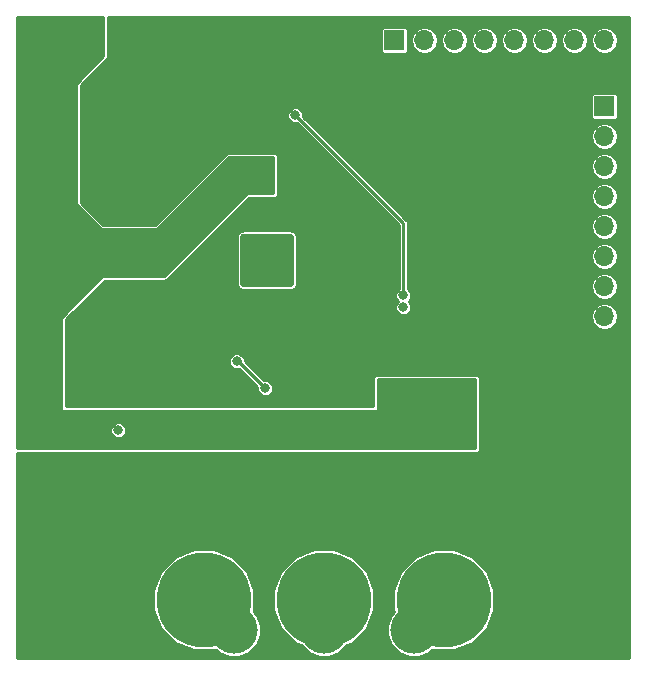
<source format=gbr>
G04 #@! TF.GenerationSoftware,KiCad,Pcbnew,(5.0.2)-1*
G04 #@! TF.CreationDate,2019-09-02T17:49:36+08:00*
G04 #@! TF.ProjectId,actuator,61637475-6174-46f7-922e-6b696361645f,rev?*
G04 #@! TF.SameCoordinates,Original*
G04 #@! TF.FileFunction,Copper,L2,Bot*
G04 #@! TF.FilePolarity,Positive*
%FSLAX46Y46*%
G04 Gerber Fmt 4.6, Leading zero omitted, Abs format (unit mm)*
G04 Created by KiCad (PCBNEW (5.0.2)-1) date 9/2/2019 5:49:36 PM*
%MOMM*%
%LPD*%
G01*
G04 APERTURE LIST*
G04 #@! TA.AperFunction,Conductor*
%ADD10C,0.100000*%
G04 #@! TD*
G04 #@! TA.AperFunction,Conductor*
%ADD11C,4.500000*%
G04 #@! TD*
G04 #@! TA.AperFunction,ViaPad*
%ADD12C,0.500000*%
G04 #@! TD*
G04 #@! TA.AperFunction,ComponentPad*
%ADD13C,8.000000*%
G04 #@! TD*
G04 #@! TA.AperFunction,ComponentPad*
%ADD14C,4.000000*%
G04 #@! TD*
G04 #@! TA.AperFunction,ComponentPad*
%ADD15C,2.100000*%
G04 #@! TD*
G04 #@! TA.AperFunction,ComponentPad*
%ADD16O,2.100000X3.600000*%
G04 #@! TD*
G04 #@! TA.AperFunction,ComponentPad*
%ADD17O,1.700000X1.700000*%
G04 #@! TD*
G04 #@! TA.AperFunction,ComponentPad*
%ADD18R,1.700000X1.700000*%
G04 #@! TD*
G04 #@! TA.AperFunction,ViaPad*
%ADD19C,0.800000*%
G04 #@! TD*
G04 #@! TA.AperFunction,Conductor*
%ADD20C,0.250000*%
G04 #@! TD*
G04 #@! TA.AperFunction,Conductor*
%ADD21C,0.254000*%
G04 #@! TD*
G04 APERTURE END LIST*
D10*
G04 #@! TO.N,N/C*
G04 #@! TO.C,U1*
G36*
X138548025Y-68698748D02*
X138572488Y-68702377D01*
X138596476Y-68708386D01*
X138619761Y-68716717D01*
X138642117Y-68727291D01*
X138663328Y-68740004D01*
X138683191Y-68754736D01*
X138701515Y-68771344D01*
X138718123Y-68789668D01*
X138732855Y-68809531D01*
X138745568Y-68830742D01*
X138756142Y-68853098D01*
X138764473Y-68876383D01*
X138770482Y-68900371D01*
X138774111Y-68924834D01*
X138775324Y-68949534D01*
X138775324Y-72945536D01*
X138774111Y-72970236D01*
X138770482Y-72994699D01*
X138764473Y-73018687D01*
X138756142Y-73041972D01*
X138745568Y-73064328D01*
X138732855Y-73085539D01*
X138718123Y-73105402D01*
X138701515Y-73123726D01*
X138683191Y-73140334D01*
X138663328Y-73155066D01*
X138642117Y-73167779D01*
X138619761Y-73178353D01*
X138596476Y-73186684D01*
X138572488Y-73192693D01*
X138548025Y-73196322D01*
X138523325Y-73197535D01*
X134527323Y-73197535D01*
X134502623Y-73196322D01*
X134478160Y-73192693D01*
X134454172Y-73186684D01*
X134430887Y-73178353D01*
X134408531Y-73167779D01*
X134387320Y-73155066D01*
X134367457Y-73140334D01*
X134349133Y-73123726D01*
X134332525Y-73105402D01*
X134317793Y-73085539D01*
X134305080Y-73064328D01*
X134294506Y-73041972D01*
X134286175Y-73018687D01*
X134280166Y-72994699D01*
X134276537Y-72970236D01*
X134275324Y-72945536D01*
X134275324Y-68949534D01*
X134276537Y-68924834D01*
X134280166Y-68900371D01*
X134286175Y-68876383D01*
X134294506Y-68853098D01*
X134305080Y-68830742D01*
X134317793Y-68809531D01*
X134332525Y-68789668D01*
X134349133Y-68771344D01*
X134367457Y-68754736D01*
X134387320Y-68740004D01*
X134408531Y-68727291D01*
X134430887Y-68716717D01*
X134454172Y-68708386D01*
X134478160Y-68702377D01*
X134502623Y-68698748D01*
X134527323Y-68697535D01*
X138523325Y-68697535D01*
X138548025Y-68698748D01*
X138548025Y-68698748D01*
G37*
D11*
X136525324Y-70947535D03*
D12*
X138525324Y-72947535D03*
X137525324Y-72947535D03*
X136525324Y-72947536D03*
X135525324Y-72947535D03*
X134525324Y-72947535D03*
X138525324Y-71947535D03*
X137525324Y-71947535D03*
X136525324Y-71947535D03*
X135525324Y-71947535D03*
X134525324Y-71947535D03*
X138525325Y-70947535D03*
X137525324Y-70947535D03*
X136525324Y-70947535D03*
X135525324Y-70947535D03*
X134525323Y-70947535D03*
X138525324Y-69947535D03*
X137525324Y-69947535D03*
X136525324Y-69947535D03*
X135525324Y-69947535D03*
X134525324Y-69947535D03*
X138525324Y-68947535D03*
X137525324Y-68947535D03*
X136525324Y-68947534D03*
X135525324Y-68947535D03*
X134525324Y-68947535D03*
G04 #@! TD*
D13*
G04 #@! TO.P,J1,3*
G04 #@! TO.N,C_OUT*
X151511000Y-99695000D03*
G04 #@! TO.P,J1,2*
G04 #@! TO.N,B_OUT*
X141351000Y-99695000D03*
G04 #@! TO.P,J1,1*
G04 #@! TO.N,A_OUT*
X131191000Y-99695000D03*
D14*
X133731000Y-102235000D03*
G04 #@! TO.P,J1,2*
G04 #@! TO.N,B_OUT*
X141351000Y-102235000D03*
G04 #@! TO.P,J1,3*
G04 #@! TO.N,C_OUT*
X148971000Y-102235000D03*
G04 #@! TD*
D10*
G04 #@! TO.N,SNA*
G04 #@! TO.C,J2*
G36*
X128304814Y-51410001D02*
X128329083Y-51413601D01*
X128352881Y-51419562D01*
X128375981Y-51427827D01*
X128398159Y-51438317D01*
X128419203Y-51450930D01*
X128438908Y-51465544D01*
X128457087Y-51482020D01*
X128473563Y-51500199D01*
X128488177Y-51519904D01*
X128500790Y-51540948D01*
X128511280Y-51563126D01*
X128519545Y-51586226D01*
X128525506Y-51610024D01*
X128529106Y-51634293D01*
X128530310Y-51658797D01*
X128530310Y-54758797D01*
X128529106Y-54783301D01*
X128525506Y-54807570D01*
X128519545Y-54831368D01*
X128511280Y-54854468D01*
X128500790Y-54876646D01*
X128488177Y-54897690D01*
X128473563Y-54917395D01*
X128457087Y-54935574D01*
X128438908Y-54952050D01*
X128419203Y-54966664D01*
X128398159Y-54979277D01*
X128375981Y-54989767D01*
X128352881Y-54998032D01*
X128329083Y-55003993D01*
X128304814Y-55007593D01*
X128280310Y-55008797D01*
X126680310Y-55008797D01*
X126655806Y-55007593D01*
X126631537Y-55003993D01*
X126607739Y-54998032D01*
X126584639Y-54989767D01*
X126562461Y-54979277D01*
X126541417Y-54966664D01*
X126521712Y-54952050D01*
X126503533Y-54935574D01*
X126487057Y-54917395D01*
X126472443Y-54897690D01*
X126459830Y-54876646D01*
X126449340Y-54854468D01*
X126441075Y-54831368D01*
X126435114Y-54807570D01*
X126431514Y-54783301D01*
X126430310Y-54758797D01*
X126430310Y-51658797D01*
X126431514Y-51634293D01*
X126435114Y-51610024D01*
X126441075Y-51586226D01*
X126449340Y-51563126D01*
X126459830Y-51540948D01*
X126472443Y-51519904D01*
X126487057Y-51500199D01*
X126503533Y-51482020D01*
X126521712Y-51465544D01*
X126541417Y-51450930D01*
X126562461Y-51438317D01*
X126584639Y-51427827D01*
X126607739Y-51419562D01*
X126631537Y-51413601D01*
X126655806Y-51410001D01*
X126680310Y-51408797D01*
X128280310Y-51408797D01*
X128304814Y-51410001D01*
X128304814Y-51410001D01*
G37*
D15*
G04 #@! TD*
G04 #@! TO.P,J2,1*
G04 #@! TO.N,SNA*
X127480310Y-53208797D03*
D16*
G04 #@! TO.P,J2,2*
G04 #@! TO.N,VDRAIN*
X119860310Y-53208797D03*
G04 #@! TD*
D17*
G04 #@! TO.P,J3,8*
G04 #@! TO.N,ENABLE*
X165100000Y-52324000D03*
G04 #@! TO.P,J3,7*
G04 #@! TO.N,DVDD*
X162560000Y-52324000D03*
G04 #@! TO.P,J3,6*
G04 #@! TO.N,INHA*
X160020000Y-52324000D03*
G04 #@! TO.P,J3,5*
G04 #@! TO.N,INLA*
X157480000Y-52324000D03*
G04 #@! TO.P,J3,4*
G04 #@! TO.N,INHB*
X154940000Y-52324000D03*
G04 #@! TO.P,J3,3*
G04 #@! TO.N,INLB*
X152400000Y-52324000D03*
G04 #@! TO.P,J3,2*
G04 #@! TO.N,INHC*
X149860000Y-52324000D03*
D18*
G04 #@! TO.P,J3,1*
G04 #@! TO.N,INLC*
X147320000Y-52324000D03*
G04 #@! TD*
G04 #@! TO.P,J4,1*
G04 #@! TO.N,nSCS*
X165100000Y-57912000D03*
D17*
G04 #@! TO.P,J4,2*
G04 #@! TO.N,SCLK*
X165100000Y-60452000D03*
G04 #@! TO.P,J4,3*
G04 #@! TO.N,SDI*
X165100000Y-62992000D03*
G04 #@! TO.P,J4,4*
G04 #@! TO.N,SDO*
X165100000Y-65532000D03*
G04 #@! TO.P,J4,5*
G04 #@! TO.N,nFAULT*
X165100000Y-68072000D03*
G04 #@! TO.P,J4,6*
G04 #@! TO.N,SOA*
X165100000Y-70612000D03*
G04 #@! TO.P,J4,7*
G04 #@! TO.N,SOB*
X165100000Y-73152000D03*
G04 #@! TO.P,J4,8*
G04 #@! TO.N,SOC*
X165100000Y-75692000D03*
G04 #@! TD*
D19*
G04 #@! TO.N,SNA*
X129794000Y-78994000D03*
X131572000Y-81407000D03*
X123952000Y-85344000D03*
X120650000Y-81280000D03*
X121666000Y-82804000D03*
X143764000Y-82804000D03*
X155702000Y-81280000D03*
X156337000Y-82804000D03*
X157988000Y-77978000D03*
X127254000Y-77851000D03*
X141986000Y-81788000D03*
X124079000Y-80899000D03*
X157988000Y-80899000D03*
X133477000Y-77724000D03*
X149860000Y-68326000D03*
X145161000Y-68326000D03*
X143383000Y-73787000D03*
X125095000Y-61722000D03*
X123190000Y-58166000D03*
X127000000Y-58293000D03*
X123063000Y-65913000D03*
X126365000Y-66167000D03*
X162941000Y-78613000D03*
X152781000Y-76962000D03*
X159893000Y-69342000D03*
X144780000Y-56007000D03*
X142875000Y-52451000D03*
X132588000Y-53086000D03*
G04 #@! TO.N,VDRAIN*
X152146000Y-82804000D03*
X152146000Y-81788000D03*
X152146000Y-83820000D03*
X144526000Y-84836000D03*
X147066000Y-84328000D03*
X135763000Y-63881000D03*
X125603000Y-70485000D03*
X120904000Y-68072000D03*
X121031000Y-71755000D03*
G04 #@! TO.N,SPB*
X133985000Y-79502000D03*
X136398000Y-81788000D03*
G04 #@! TO.N,VAA*
X138938000Y-58674000D03*
X148082000Y-73914000D03*
X148082000Y-74930000D03*
G04 #@! TD*
D20*
G04 #@! TO.N,SNA*
X124478999Y-80499001D02*
X127127000Y-77851000D01*
X124079000Y-80899000D02*
X124478999Y-80499001D01*
X133731000Y-77724000D02*
X133731000Y-77724000D01*
X137268001Y-81388001D02*
X133604000Y-77724000D01*
X141986000Y-81788000D02*
X141586001Y-81388001D01*
X141586001Y-81388001D02*
X137268001Y-81388001D01*
X157988000Y-80333315D02*
X157988000Y-78105000D01*
X157988000Y-80899000D02*
X157988000Y-80333315D01*
G04 #@! TO.N,SPB*
X136398000Y-81788000D02*
X135998001Y-81388001D01*
X135998001Y-81388001D02*
X134112000Y-79502000D01*
G04 #@! TO.N,VAA*
X148082000Y-67818000D02*
X138938000Y-58674000D01*
X148082000Y-73914000D02*
X148082000Y-67818000D01*
G04 #@! TD*
D21*
G04 #@! TO.N,VDRAIN*
G36*
X122682000Y-53668394D02*
X120433197Y-55917197D01*
X120405667Y-55958399D01*
X120396000Y-56007000D01*
X120396000Y-66167000D01*
X120405667Y-66215601D01*
X120433197Y-66256803D01*
X122465197Y-68288803D01*
X122506399Y-68316333D01*
X122555000Y-68326000D01*
X127762000Y-68326000D01*
X127762000Y-72263000D01*
X122682000Y-72263000D01*
X122633399Y-72272667D01*
X122592197Y-72300197D01*
X119163197Y-75729197D01*
X119135667Y-75770399D01*
X119126000Y-75819000D01*
X119126000Y-83566000D01*
X119135667Y-83614601D01*
X119163197Y-83655803D01*
X119204399Y-83683333D01*
X119253000Y-83693000D01*
X145796000Y-83693000D01*
X145844601Y-83683333D01*
X145885803Y-83655803D01*
X145913333Y-83614601D01*
X145923000Y-83566000D01*
X145923000Y-81026000D01*
X154178000Y-81026000D01*
X154178000Y-86868000D01*
X115352000Y-86868000D01*
X115352000Y-85209336D01*
X123275000Y-85209336D01*
X123275000Y-85478664D01*
X123378067Y-85727490D01*
X123568510Y-85917933D01*
X123817336Y-86021000D01*
X124086664Y-86021000D01*
X124335490Y-85917933D01*
X124525933Y-85727490D01*
X124629000Y-85478664D01*
X124629000Y-85209336D01*
X124525933Y-84960510D01*
X124335490Y-84770067D01*
X124086664Y-84667000D01*
X123817336Y-84667000D01*
X123568510Y-84770067D01*
X123378067Y-84960510D01*
X123275000Y-85209336D01*
X115352000Y-85209336D01*
X115352000Y-50352000D01*
X122682000Y-50352000D01*
X122682000Y-53668394D01*
X122682000Y-53668394D01*
G37*
X122682000Y-53668394D02*
X120433197Y-55917197D01*
X120405667Y-55958399D01*
X120396000Y-56007000D01*
X120396000Y-66167000D01*
X120405667Y-66215601D01*
X120433197Y-66256803D01*
X122465197Y-68288803D01*
X122506399Y-68316333D01*
X122555000Y-68326000D01*
X127762000Y-68326000D01*
X127762000Y-72263000D01*
X122682000Y-72263000D01*
X122633399Y-72272667D01*
X122592197Y-72300197D01*
X119163197Y-75729197D01*
X119135667Y-75770399D01*
X119126000Y-75819000D01*
X119126000Y-83566000D01*
X119135667Y-83614601D01*
X119163197Y-83655803D01*
X119204399Y-83683333D01*
X119253000Y-83693000D01*
X145796000Y-83693000D01*
X145844601Y-83683333D01*
X145885803Y-83655803D01*
X145913333Y-83614601D01*
X145923000Y-83566000D01*
X145923000Y-81026000D01*
X154178000Y-81026000D01*
X154178000Y-86868000D01*
X115352000Y-86868000D01*
X115352000Y-85209336D01*
X123275000Y-85209336D01*
X123275000Y-85478664D01*
X123378067Y-85727490D01*
X123568510Y-85917933D01*
X123817336Y-86021000D01*
X124086664Y-86021000D01*
X124335490Y-85917933D01*
X124525933Y-85727490D01*
X124629000Y-85478664D01*
X124629000Y-85209336D01*
X124525933Y-84960510D01*
X124335490Y-84770067D01*
X124086664Y-84667000D01*
X123817336Y-84667000D01*
X123568510Y-84770067D01*
X123378067Y-84960510D01*
X123275000Y-85209336D01*
X115352000Y-85209336D01*
X115352000Y-50352000D01*
X122682000Y-50352000D01*
X122682000Y-53668394D01*
G36*
X137033000Y-65278000D02*
X134874000Y-65278000D01*
X134825399Y-65287667D01*
X134784197Y-65315197D01*
X127836394Y-72263000D01*
X127127000Y-72263000D01*
X127127000Y-68378606D01*
X133275606Y-62230000D01*
X137033000Y-62230000D01*
X137033000Y-65278000D01*
X137033000Y-65278000D01*
G37*
X137033000Y-65278000D02*
X134874000Y-65278000D01*
X134825399Y-65287667D01*
X134784197Y-65315197D01*
X127836394Y-72263000D01*
X127127000Y-72263000D01*
X127127000Y-68378606D01*
X133275606Y-62230000D01*
X137033000Y-62230000D01*
X137033000Y-65278000D01*
G04 #@! TO.N,SNA*
G36*
X167148000Y-104648000D02*
X115352000Y-104648000D01*
X115352000Y-98844252D01*
X126914000Y-98844252D01*
X126914000Y-100545748D01*
X127565135Y-102117726D01*
X128768274Y-103320865D01*
X130340252Y-103972000D01*
X132041748Y-103972000D01*
X132187474Y-103911638D01*
X132441183Y-104165347D01*
X133278077Y-104512000D01*
X134183923Y-104512000D01*
X135020817Y-104165347D01*
X135661347Y-103524817D01*
X136008000Y-102687923D01*
X136008000Y-101782077D01*
X135661347Y-100945183D01*
X135407638Y-100691474D01*
X135468000Y-100545748D01*
X135468000Y-98844252D01*
X137074000Y-98844252D01*
X137074000Y-100545748D01*
X137725135Y-102117726D01*
X138928274Y-103320865D01*
X139420652Y-103524815D01*
X139420653Y-103524817D01*
X140061183Y-104165347D01*
X140898077Y-104512000D01*
X141803923Y-104512000D01*
X142640817Y-104165347D01*
X143281347Y-103524817D01*
X143281348Y-103524815D01*
X143773726Y-103320865D01*
X144976865Y-102117726D01*
X145115895Y-101782077D01*
X146694000Y-101782077D01*
X146694000Y-102687923D01*
X147040653Y-103524817D01*
X147681183Y-104165347D01*
X148518077Y-104512000D01*
X149423923Y-104512000D01*
X150260817Y-104165347D01*
X150514526Y-103911638D01*
X150660252Y-103972000D01*
X152361748Y-103972000D01*
X153933726Y-103320865D01*
X155136865Y-102117726D01*
X155788000Y-100545748D01*
X155788000Y-98844252D01*
X155136865Y-97272274D01*
X153933726Y-96069135D01*
X152361748Y-95418000D01*
X150660252Y-95418000D01*
X149088274Y-96069135D01*
X147885135Y-97272274D01*
X147234000Y-98844252D01*
X147234000Y-100545748D01*
X147294362Y-100691474D01*
X147040653Y-100945183D01*
X146694000Y-101782077D01*
X145115895Y-101782077D01*
X145628000Y-100545748D01*
X145628000Y-98844252D01*
X144976865Y-97272274D01*
X143773726Y-96069135D01*
X142201748Y-95418000D01*
X140500252Y-95418000D01*
X138928274Y-96069135D01*
X137725135Y-97272274D01*
X137074000Y-98844252D01*
X135468000Y-98844252D01*
X134816865Y-97272274D01*
X133613726Y-96069135D01*
X132041748Y-95418000D01*
X130340252Y-95418000D01*
X128768274Y-96069135D01*
X127565135Y-97272274D01*
X126914000Y-98844252D01*
X115352000Y-98844252D01*
X115352000Y-87272000D01*
X154305000Y-87272000D01*
X154411003Y-87250915D01*
X154500869Y-87190869D01*
X154560915Y-87101003D01*
X154582000Y-86995000D01*
X154582000Y-80899000D01*
X154560915Y-80792997D01*
X154500869Y-80703131D01*
X154411003Y-80643085D01*
X154305000Y-80622000D01*
X145796000Y-80622000D01*
X145689997Y-80643085D01*
X145600131Y-80703131D01*
X145540085Y-80792997D01*
X145519000Y-80899000D01*
X145519000Y-83289000D01*
X119530000Y-83289000D01*
X119530000Y-79367336D01*
X133308000Y-79367336D01*
X133308000Y-79636664D01*
X133411067Y-79885490D01*
X133601510Y-80075933D01*
X133850336Y-80179000D01*
X134119664Y-80179000D01*
X134190957Y-80149470D01*
X135721000Y-81679514D01*
X135721000Y-81922664D01*
X135824067Y-82171490D01*
X136014510Y-82361933D01*
X136263336Y-82465000D01*
X136532664Y-82465000D01*
X136781490Y-82361933D01*
X136971933Y-82171490D01*
X137075000Y-81922664D01*
X137075000Y-81653336D01*
X136971933Y-81404510D01*
X136781490Y-81214067D01*
X136532664Y-81111000D01*
X136289514Y-81111000D01*
X134662000Y-79483487D01*
X134662000Y-79367336D01*
X134558933Y-79118510D01*
X134368490Y-78928067D01*
X134119664Y-78825000D01*
X133850336Y-78825000D01*
X133601510Y-78928067D01*
X133411067Y-79118510D01*
X133308000Y-79367336D01*
X119530000Y-79367336D01*
X119530000Y-75933738D01*
X119771738Y-75692000D01*
X163950921Y-75692000D01*
X164038389Y-76131733D01*
X164287478Y-76504522D01*
X164660267Y-76753611D01*
X164989001Y-76819000D01*
X165210999Y-76819000D01*
X165539733Y-76753611D01*
X165912522Y-76504522D01*
X166161611Y-76131733D01*
X166249079Y-75692000D01*
X166161611Y-75252267D01*
X165912522Y-74879478D01*
X165539733Y-74630389D01*
X165210999Y-74565000D01*
X164989001Y-74565000D01*
X164660267Y-74630389D01*
X164287478Y-74879478D01*
X164038389Y-75252267D01*
X163950921Y-75692000D01*
X119771738Y-75692000D01*
X122796738Y-72667000D01*
X127889000Y-72667000D01*
X127995003Y-72645915D01*
X128084869Y-72585869D01*
X131721204Y-68949534D01*
X133992898Y-68949534D01*
X133992898Y-72945536D01*
X133998324Y-72972814D01*
X133998324Y-73052362D01*
X134028766Y-73125856D01*
X134033579Y-73150052D01*
X134047285Y-73170565D01*
X134078555Y-73246057D01*
X134136332Y-73303834D01*
X134149427Y-73323432D01*
X134169025Y-73336527D01*
X134226802Y-73394304D01*
X134302294Y-73425574D01*
X134322807Y-73439280D01*
X134347003Y-73444093D01*
X134420497Y-73474535D01*
X134500045Y-73474535D01*
X134527323Y-73479961D01*
X138523325Y-73479961D01*
X138550603Y-73474535D01*
X138630151Y-73474535D01*
X138703645Y-73444093D01*
X138727841Y-73439280D01*
X138748354Y-73425574D01*
X138823846Y-73394304D01*
X138881623Y-73336527D01*
X138901221Y-73323432D01*
X138914316Y-73303834D01*
X138972093Y-73246057D01*
X139003363Y-73170565D01*
X139017069Y-73150052D01*
X139021882Y-73125856D01*
X139052324Y-73052362D01*
X139052324Y-72972814D01*
X139057750Y-72945536D01*
X139057750Y-68949534D01*
X139052324Y-68922256D01*
X139052324Y-68842708D01*
X139021882Y-68769214D01*
X139017069Y-68745018D01*
X139003363Y-68724505D01*
X138972093Y-68649013D01*
X138914316Y-68591236D01*
X138901221Y-68571638D01*
X138881623Y-68558543D01*
X138823846Y-68500766D01*
X138748354Y-68469496D01*
X138727841Y-68455790D01*
X138703645Y-68450977D01*
X138630151Y-68420535D01*
X138550603Y-68420535D01*
X138523325Y-68415109D01*
X134527323Y-68415109D01*
X134500045Y-68420535D01*
X134420497Y-68420535D01*
X134347003Y-68450977D01*
X134322807Y-68455790D01*
X134302294Y-68469496D01*
X134226802Y-68500766D01*
X134169025Y-68558543D01*
X134149427Y-68571638D01*
X134136332Y-68591236D01*
X134078555Y-68649013D01*
X134047285Y-68724505D01*
X134033579Y-68745018D01*
X134028766Y-68769214D01*
X133998324Y-68842708D01*
X133998324Y-68922256D01*
X133992898Y-68949534D01*
X131721204Y-68949534D01*
X134988738Y-65682000D01*
X137160000Y-65682000D01*
X137266003Y-65660915D01*
X137355869Y-65600869D01*
X137415915Y-65511003D01*
X137437000Y-65405000D01*
X137437000Y-62103000D01*
X137415915Y-61996997D01*
X137355869Y-61907131D01*
X137266003Y-61847085D01*
X137160000Y-61826000D01*
X133223000Y-61826000D01*
X133116997Y-61847085D01*
X133027131Y-61907131D01*
X127012262Y-67922000D01*
X122669738Y-67922000D01*
X120800000Y-66052262D01*
X120800000Y-58539336D01*
X138261000Y-58539336D01*
X138261000Y-58808664D01*
X138364067Y-59057490D01*
X138554510Y-59247933D01*
X138803336Y-59351000D01*
X139046487Y-59351000D01*
X147680001Y-67984515D01*
X147680000Y-73358577D01*
X147508067Y-73530510D01*
X147405000Y-73779336D01*
X147405000Y-74048664D01*
X147508067Y-74297490D01*
X147632577Y-74422000D01*
X147508067Y-74546510D01*
X147405000Y-74795336D01*
X147405000Y-75064664D01*
X147508067Y-75313490D01*
X147698510Y-75503933D01*
X147947336Y-75607000D01*
X148216664Y-75607000D01*
X148465490Y-75503933D01*
X148655933Y-75313490D01*
X148759000Y-75064664D01*
X148759000Y-74795336D01*
X148655933Y-74546510D01*
X148531423Y-74422000D01*
X148655933Y-74297490D01*
X148759000Y-74048664D01*
X148759000Y-73779336D01*
X148655933Y-73530510D01*
X148484000Y-73358577D01*
X148484000Y-73152000D01*
X163950921Y-73152000D01*
X164038389Y-73591733D01*
X164287478Y-73964522D01*
X164660267Y-74213611D01*
X164989001Y-74279000D01*
X165210999Y-74279000D01*
X165539733Y-74213611D01*
X165912522Y-73964522D01*
X166161611Y-73591733D01*
X166249079Y-73152000D01*
X166161611Y-72712267D01*
X165912522Y-72339478D01*
X165539733Y-72090389D01*
X165210999Y-72025000D01*
X164989001Y-72025000D01*
X164660267Y-72090389D01*
X164287478Y-72339478D01*
X164038389Y-72712267D01*
X163950921Y-73152000D01*
X148484000Y-73152000D01*
X148484000Y-70612000D01*
X163950921Y-70612000D01*
X164038389Y-71051733D01*
X164287478Y-71424522D01*
X164660267Y-71673611D01*
X164989001Y-71739000D01*
X165210999Y-71739000D01*
X165539733Y-71673611D01*
X165912522Y-71424522D01*
X166161611Y-71051733D01*
X166249079Y-70612000D01*
X166161611Y-70172267D01*
X165912522Y-69799478D01*
X165539733Y-69550389D01*
X165210999Y-69485000D01*
X164989001Y-69485000D01*
X164660267Y-69550389D01*
X164287478Y-69799478D01*
X164038389Y-70172267D01*
X163950921Y-70612000D01*
X148484000Y-70612000D01*
X148484000Y-68072000D01*
X163950921Y-68072000D01*
X164038389Y-68511733D01*
X164287478Y-68884522D01*
X164660267Y-69133611D01*
X164989001Y-69199000D01*
X165210999Y-69199000D01*
X165539733Y-69133611D01*
X165912522Y-68884522D01*
X166161611Y-68511733D01*
X166249079Y-68072000D01*
X166161611Y-67632267D01*
X165912522Y-67259478D01*
X165539733Y-67010389D01*
X165210999Y-66945000D01*
X164989001Y-66945000D01*
X164660267Y-67010389D01*
X164287478Y-67259478D01*
X164038389Y-67632267D01*
X163950921Y-68072000D01*
X148484000Y-68072000D01*
X148484000Y-67857585D01*
X148491874Y-67818000D01*
X148484000Y-67778415D01*
X148484000Y-67778410D01*
X148460675Y-67661148D01*
X148434720Y-67622303D01*
X148394251Y-67561737D01*
X148394249Y-67561735D01*
X148371825Y-67528175D01*
X148338265Y-67505751D01*
X146364514Y-65532000D01*
X163950921Y-65532000D01*
X164038389Y-65971733D01*
X164287478Y-66344522D01*
X164660267Y-66593611D01*
X164989001Y-66659000D01*
X165210999Y-66659000D01*
X165539733Y-66593611D01*
X165912522Y-66344522D01*
X166161611Y-65971733D01*
X166249079Y-65532000D01*
X166161611Y-65092267D01*
X165912522Y-64719478D01*
X165539733Y-64470389D01*
X165210999Y-64405000D01*
X164989001Y-64405000D01*
X164660267Y-64470389D01*
X164287478Y-64719478D01*
X164038389Y-65092267D01*
X163950921Y-65532000D01*
X146364514Y-65532000D01*
X143824514Y-62992000D01*
X163950921Y-62992000D01*
X164038389Y-63431733D01*
X164287478Y-63804522D01*
X164660267Y-64053611D01*
X164989001Y-64119000D01*
X165210999Y-64119000D01*
X165539733Y-64053611D01*
X165912522Y-63804522D01*
X166161611Y-63431733D01*
X166249079Y-62992000D01*
X166161611Y-62552267D01*
X165912522Y-62179478D01*
X165539733Y-61930389D01*
X165210999Y-61865000D01*
X164989001Y-61865000D01*
X164660267Y-61930389D01*
X164287478Y-62179478D01*
X164038389Y-62552267D01*
X163950921Y-62992000D01*
X143824514Y-62992000D01*
X141284514Y-60452000D01*
X163950921Y-60452000D01*
X164038389Y-60891733D01*
X164287478Y-61264522D01*
X164660267Y-61513611D01*
X164989001Y-61579000D01*
X165210999Y-61579000D01*
X165539733Y-61513611D01*
X165912522Y-61264522D01*
X166161611Y-60891733D01*
X166249079Y-60452000D01*
X166161611Y-60012267D01*
X165912522Y-59639478D01*
X165539733Y-59390389D01*
X165210999Y-59325000D01*
X164989001Y-59325000D01*
X164660267Y-59390389D01*
X164287478Y-59639478D01*
X164038389Y-60012267D01*
X163950921Y-60452000D01*
X141284514Y-60452000D01*
X139615000Y-58782487D01*
X139615000Y-58539336D01*
X139511933Y-58290510D01*
X139321490Y-58100067D01*
X139072664Y-57997000D01*
X138803336Y-57997000D01*
X138554510Y-58100067D01*
X138364067Y-58290510D01*
X138261000Y-58539336D01*
X120800000Y-58539336D01*
X120800000Y-57062000D01*
X163967574Y-57062000D01*
X163967574Y-58762000D01*
X163989072Y-58870080D01*
X164050295Y-58961705D01*
X164141920Y-59022928D01*
X164250000Y-59044426D01*
X165950000Y-59044426D01*
X166058080Y-59022928D01*
X166149705Y-58961705D01*
X166210928Y-58870080D01*
X166232426Y-58762000D01*
X166232426Y-57062000D01*
X166210928Y-56953920D01*
X166149705Y-56862295D01*
X166058080Y-56801072D01*
X165950000Y-56779574D01*
X164250000Y-56779574D01*
X164141920Y-56801072D01*
X164050295Y-56862295D01*
X163989072Y-56953920D01*
X163967574Y-57062000D01*
X120800000Y-57062000D01*
X120800000Y-56121738D01*
X123004869Y-53916869D01*
X123064915Y-53827003D01*
X123086000Y-53721000D01*
X123086000Y-51474000D01*
X146187574Y-51474000D01*
X146187574Y-53174000D01*
X146209072Y-53282080D01*
X146270295Y-53373705D01*
X146361920Y-53434928D01*
X146470000Y-53456426D01*
X148170000Y-53456426D01*
X148278080Y-53434928D01*
X148369705Y-53373705D01*
X148430928Y-53282080D01*
X148452426Y-53174000D01*
X148452426Y-52324000D01*
X148710921Y-52324000D01*
X148798389Y-52763733D01*
X149047478Y-53136522D01*
X149420267Y-53385611D01*
X149749001Y-53451000D01*
X149970999Y-53451000D01*
X150299733Y-53385611D01*
X150672522Y-53136522D01*
X150921611Y-52763733D01*
X151009079Y-52324000D01*
X151250921Y-52324000D01*
X151338389Y-52763733D01*
X151587478Y-53136522D01*
X151960267Y-53385611D01*
X152289001Y-53451000D01*
X152510999Y-53451000D01*
X152839733Y-53385611D01*
X153212522Y-53136522D01*
X153461611Y-52763733D01*
X153549079Y-52324000D01*
X153790921Y-52324000D01*
X153878389Y-52763733D01*
X154127478Y-53136522D01*
X154500267Y-53385611D01*
X154829001Y-53451000D01*
X155050999Y-53451000D01*
X155379733Y-53385611D01*
X155752522Y-53136522D01*
X156001611Y-52763733D01*
X156089079Y-52324000D01*
X156330921Y-52324000D01*
X156418389Y-52763733D01*
X156667478Y-53136522D01*
X157040267Y-53385611D01*
X157369001Y-53451000D01*
X157590999Y-53451000D01*
X157919733Y-53385611D01*
X158292522Y-53136522D01*
X158541611Y-52763733D01*
X158629079Y-52324000D01*
X158870921Y-52324000D01*
X158958389Y-52763733D01*
X159207478Y-53136522D01*
X159580267Y-53385611D01*
X159909001Y-53451000D01*
X160130999Y-53451000D01*
X160459733Y-53385611D01*
X160832522Y-53136522D01*
X161081611Y-52763733D01*
X161169079Y-52324000D01*
X161410921Y-52324000D01*
X161498389Y-52763733D01*
X161747478Y-53136522D01*
X162120267Y-53385611D01*
X162449001Y-53451000D01*
X162670999Y-53451000D01*
X162999733Y-53385611D01*
X163372522Y-53136522D01*
X163621611Y-52763733D01*
X163709079Y-52324000D01*
X163950921Y-52324000D01*
X164038389Y-52763733D01*
X164287478Y-53136522D01*
X164660267Y-53385611D01*
X164989001Y-53451000D01*
X165210999Y-53451000D01*
X165539733Y-53385611D01*
X165912522Y-53136522D01*
X166161611Y-52763733D01*
X166249079Y-52324000D01*
X166161611Y-51884267D01*
X165912522Y-51511478D01*
X165539733Y-51262389D01*
X165210999Y-51197000D01*
X164989001Y-51197000D01*
X164660267Y-51262389D01*
X164287478Y-51511478D01*
X164038389Y-51884267D01*
X163950921Y-52324000D01*
X163709079Y-52324000D01*
X163621611Y-51884267D01*
X163372522Y-51511478D01*
X162999733Y-51262389D01*
X162670999Y-51197000D01*
X162449001Y-51197000D01*
X162120267Y-51262389D01*
X161747478Y-51511478D01*
X161498389Y-51884267D01*
X161410921Y-52324000D01*
X161169079Y-52324000D01*
X161081611Y-51884267D01*
X160832522Y-51511478D01*
X160459733Y-51262389D01*
X160130999Y-51197000D01*
X159909001Y-51197000D01*
X159580267Y-51262389D01*
X159207478Y-51511478D01*
X158958389Y-51884267D01*
X158870921Y-52324000D01*
X158629079Y-52324000D01*
X158541611Y-51884267D01*
X158292522Y-51511478D01*
X157919733Y-51262389D01*
X157590999Y-51197000D01*
X157369001Y-51197000D01*
X157040267Y-51262389D01*
X156667478Y-51511478D01*
X156418389Y-51884267D01*
X156330921Y-52324000D01*
X156089079Y-52324000D01*
X156001611Y-51884267D01*
X155752522Y-51511478D01*
X155379733Y-51262389D01*
X155050999Y-51197000D01*
X154829001Y-51197000D01*
X154500267Y-51262389D01*
X154127478Y-51511478D01*
X153878389Y-51884267D01*
X153790921Y-52324000D01*
X153549079Y-52324000D01*
X153461611Y-51884267D01*
X153212522Y-51511478D01*
X152839733Y-51262389D01*
X152510999Y-51197000D01*
X152289001Y-51197000D01*
X151960267Y-51262389D01*
X151587478Y-51511478D01*
X151338389Y-51884267D01*
X151250921Y-52324000D01*
X151009079Y-52324000D01*
X150921611Y-51884267D01*
X150672522Y-51511478D01*
X150299733Y-51262389D01*
X149970999Y-51197000D01*
X149749001Y-51197000D01*
X149420267Y-51262389D01*
X149047478Y-51511478D01*
X148798389Y-51884267D01*
X148710921Y-52324000D01*
X148452426Y-52324000D01*
X148452426Y-51474000D01*
X148430928Y-51365920D01*
X148369705Y-51274295D01*
X148278080Y-51213072D01*
X148170000Y-51191574D01*
X146470000Y-51191574D01*
X146361920Y-51213072D01*
X146270295Y-51274295D01*
X146209072Y-51365920D01*
X146187574Y-51474000D01*
X123086000Y-51474000D01*
X123086000Y-50352000D01*
X167148001Y-50352000D01*
X167148000Y-104648000D01*
X167148000Y-104648000D01*
G37*
X167148000Y-104648000D02*
X115352000Y-104648000D01*
X115352000Y-98844252D01*
X126914000Y-98844252D01*
X126914000Y-100545748D01*
X127565135Y-102117726D01*
X128768274Y-103320865D01*
X130340252Y-103972000D01*
X132041748Y-103972000D01*
X132187474Y-103911638D01*
X132441183Y-104165347D01*
X133278077Y-104512000D01*
X134183923Y-104512000D01*
X135020817Y-104165347D01*
X135661347Y-103524817D01*
X136008000Y-102687923D01*
X136008000Y-101782077D01*
X135661347Y-100945183D01*
X135407638Y-100691474D01*
X135468000Y-100545748D01*
X135468000Y-98844252D01*
X137074000Y-98844252D01*
X137074000Y-100545748D01*
X137725135Y-102117726D01*
X138928274Y-103320865D01*
X139420652Y-103524815D01*
X139420653Y-103524817D01*
X140061183Y-104165347D01*
X140898077Y-104512000D01*
X141803923Y-104512000D01*
X142640817Y-104165347D01*
X143281347Y-103524817D01*
X143281348Y-103524815D01*
X143773726Y-103320865D01*
X144976865Y-102117726D01*
X145115895Y-101782077D01*
X146694000Y-101782077D01*
X146694000Y-102687923D01*
X147040653Y-103524817D01*
X147681183Y-104165347D01*
X148518077Y-104512000D01*
X149423923Y-104512000D01*
X150260817Y-104165347D01*
X150514526Y-103911638D01*
X150660252Y-103972000D01*
X152361748Y-103972000D01*
X153933726Y-103320865D01*
X155136865Y-102117726D01*
X155788000Y-100545748D01*
X155788000Y-98844252D01*
X155136865Y-97272274D01*
X153933726Y-96069135D01*
X152361748Y-95418000D01*
X150660252Y-95418000D01*
X149088274Y-96069135D01*
X147885135Y-97272274D01*
X147234000Y-98844252D01*
X147234000Y-100545748D01*
X147294362Y-100691474D01*
X147040653Y-100945183D01*
X146694000Y-101782077D01*
X145115895Y-101782077D01*
X145628000Y-100545748D01*
X145628000Y-98844252D01*
X144976865Y-97272274D01*
X143773726Y-96069135D01*
X142201748Y-95418000D01*
X140500252Y-95418000D01*
X138928274Y-96069135D01*
X137725135Y-97272274D01*
X137074000Y-98844252D01*
X135468000Y-98844252D01*
X134816865Y-97272274D01*
X133613726Y-96069135D01*
X132041748Y-95418000D01*
X130340252Y-95418000D01*
X128768274Y-96069135D01*
X127565135Y-97272274D01*
X126914000Y-98844252D01*
X115352000Y-98844252D01*
X115352000Y-87272000D01*
X154305000Y-87272000D01*
X154411003Y-87250915D01*
X154500869Y-87190869D01*
X154560915Y-87101003D01*
X154582000Y-86995000D01*
X154582000Y-80899000D01*
X154560915Y-80792997D01*
X154500869Y-80703131D01*
X154411003Y-80643085D01*
X154305000Y-80622000D01*
X145796000Y-80622000D01*
X145689997Y-80643085D01*
X145600131Y-80703131D01*
X145540085Y-80792997D01*
X145519000Y-80899000D01*
X145519000Y-83289000D01*
X119530000Y-83289000D01*
X119530000Y-79367336D01*
X133308000Y-79367336D01*
X133308000Y-79636664D01*
X133411067Y-79885490D01*
X133601510Y-80075933D01*
X133850336Y-80179000D01*
X134119664Y-80179000D01*
X134190957Y-80149470D01*
X135721000Y-81679514D01*
X135721000Y-81922664D01*
X135824067Y-82171490D01*
X136014510Y-82361933D01*
X136263336Y-82465000D01*
X136532664Y-82465000D01*
X136781490Y-82361933D01*
X136971933Y-82171490D01*
X137075000Y-81922664D01*
X137075000Y-81653336D01*
X136971933Y-81404510D01*
X136781490Y-81214067D01*
X136532664Y-81111000D01*
X136289514Y-81111000D01*
X134662000Y-79483487D01*
X134662000Y-79367336D01*
X134558933Y-79118510D01*
X134368490Y-78928067D01*
X134119664Y-78825000D01*
X133850336Y-78825000D01*
X133601510Y-78928067D01*
X133411067Y-79118510D01*
X133308000Y-79367336D01*
X119530000Y-79367336D01*
X119530000Y-75933738D01*
X119771738Y-75692000D01*
X163950921Y-75692000D01*
X164038389Y-76131733D01*
X164287478Y-76504522D01*
X164660267Y-76753611D01*
X164989001Y-76819000D01*
X165210999Y-76819000D01*
X165539733Y-76753611D01*
X165912522Y-76504522D01*
X166161611Y-76131733D01*
X166249079Y-75692000D01*
X166161611Y-75252267D01*
X165912522Y-74879478D01*
X165539733Y-74630389D01*
X165210999Y-74565000D01*
X164989001Y-74565000D01*
X164660267Y-74630389D01*
X164287478Y-74879478D01*
X164038389Y-75252267D01*
X163950921Y-75692000D01*
X119771738Y-75692000D01*
X122796738Y-72667000D01*
X127889000Y-72667000D01*
X127995003Y-72645915D01*
X128084869Y-72585869D01*
X131721204Y-68949534D01*
X133992898Y-68949534D01*
X133992898Y-72945536D01*
X133998324Y-72972814D01*
X133998324Y-73052362D01*
X134028766Y-73125856D01*
X134033579Y-73150052D01*
X134047285Y-73170565D01*
X134078555Y-73246057D01*
X134136332Y-73303834D01*
X134149427Y-73323432D01*
X134169025Y-73336527D01*
X134226802Y-73394304D01*
X134302294Y-73425574D01*
X134322807Y-73439280D01*
X134347003Y-73444093D01*
X134420497Y-73474535D01*
X134500045Y-73474535D01*
X134527323Y-73479961D01*
X138523325Y-73479961D01*
X138550603Y-73474535D01*
X138630151Y-73474535D01*
X138703645Y-73444093D01*
X138727841Y-73439280D01*
X138748354Y-73425574D01*
X138823846Y-73394304D01*
X138881623Y-73336527D01*
X138901221Y-73323432D01*
X138914316Y-73303834D01*
X138972093Y-73246057D01*
X139003363Y-73170565D01*
X139017069Y-73150052D01*
X139021882Y-73125856D01*
X139052324Y-73052362D01*
X139052324Y-72972814D01*
X139057750Y-72945536D01*
X139057750Y-68949534D01*
X139052324Y-68922256D01*
X139052324Y-68842708D01*
X139021882Y-68769214D01*
X139017069Y-68745018D01*
X139003363Y-68724505D01*
X138972093Y-68649013D01*
X138914316Y-68591236D01*
X138901221Y-68571638D01*
X138881623Y-68558543D01*
X138823846Y-68500766D01*
X138748354Y-68469496D01*
X138727841Y-68455790D01*
X138703645Y-68450977D01*
X138630151Y-68420535D01*
X138550603Y-68420535D01*
X138523325Y-68415109D01*
X134527323Y-68415109D01*
X134500045Y-68420535D01*
X134420497Y-68420535D01*
X134347003Y-68450977D01*
X134322807Y-68455790D01*
X134302294Y-68469496D01*
X134226802Y-68500766D01*
X134169025Y-68558543D01*
X134149427Y-68571638D01*
X134136332Y-68591236D01*
X134078555Y-68649013D01*
X134047285Y-68724505D01*
X134033579Y-68745018D01*
X134028766Y-68769214D01*
X133998324Y-68842708D01*
X133998324Y-68922256D01*
X133992898Y-68949534D01*
X131721204Y-68949534D01*
X134988738Y-65682000D01*
X137160000Y-65682000D01*
X137266003Y-65660915D01*
X137355869Y-65600869D01*
X137415915Y-65511003D01*
X137437000Y-65405000D01*
X137437000Y-62103000D01*
X137415915Y-61996997D01*
X137355869Y-61907131D01*
X137266003Y-61847085D01*
X137160000Y-61826000D01*
X133223000Y-61826000D01*
X133116997Y-61847085D01*
X133027131Y-61907131D01*
X127012262Y-67922000D01*
X122669738Y-67922000D01*
X120800000Y-66052262D01*
X120800000Y-58539336D01*
X138261000Y-58539336D01*
X138261000Y-58808664D01*
X138364067Y-59057490D01*
X138554510Y-59247933D01*
X138803336Y-59351000D01*
X139046487Y-59351000D01*
X147680001Y-67984515D01*
X147680000Y-73358577D01*
X147508067Y-73530510D01*
X147405000Y-73779336D01*
X147405000Y-74048664D01*
X147508067Y-74297490D01*
X147632577Y-74422000D01*
X147508067Y-74546510D01*
X147405000Y-74795336D01*
X147405000Y-75064664D01*
X147508067Y-75313490D01*
X147698510Y-75503933D01*
X147947336Y-75607000D01*
X148216664Y-75607000D01*
X148465490Y-75503933D01*
X148655933Y-75313490D01*
X148759000Y-75064664D01*
X148759000Y-74795336D01*
X148655933Y-74546510D01*
X148531423Y-74422000D01*
X148655933Y-74297490D01*
X148759000Y-74048664D01*
X148759000Y-73779336D01*
X148655933Y-73530510D01*
X148484000Y-73358577D01*
X148484000Y-73152000D01*
X163950921Y-73152000D01*
X164038389Y-73591733D01*
X164287478Y-73964522D01*
X164660267Y-74213611D01*
X164989001Y-74279000D01*
X165210999Y-74279000D01*
X165539733Y-74213611D01*
X165912522Y-73964522D01*
X166161611Y-73591733D01*
X166249079Y-73152000D01*
X166161611Y-72712267D01*
X165912522Y-72339478D01*
X165539733Y-72090389D01*
X165210999Y-72025000D01*
X164989001Y-72025000D01*
X164660267Y-72090389D01*
X164287478Y-72339478D01*
X164038389Y-72712267D01*
X163950921Y-73152000D01*
X148484000Y-73152000D01*
X148484000Y-70612000D01*
X163950921Y-70612000D01*
X164038389Y-71051733D01*
X164287478Y-71424522D01*
X164660267Y-71673611D01*
X164989001Y-71739000D01*
X165210999Y-71739000D01*
X165539733Y-71673611D01*
X165912522Y-71424522D01*
X166161611Y-71051733D01*
X166249079Y-70612000D01*
X166161611Y-70172267D01*
X165912522Y-69799478D01*
X165539733Y-69550389D01*
X165210999Y-69485000D01*
X164989001Y-69485000D01*
X164660267Y-69550389D01*
X164287478Y-69799478D01*
X164038389Y-70172267D01*
X163950921Y-70612000D01*
X148484000Y-70612000D01*
X148484000Y-68072000D01*
X163950921Y-68072000D01*
X164038389Y-68511733D01*
X164287478Y-68884522D01*
X164660267Y-69133611D01*
X164989001Y-69199000D01*
X165210999Y-69199000D01*
X165539733Y-69133611D01*
X165912522Y-68884522D01*
X166161611Y-68511733D01*
X166249079Y-68072000D01*
X166161611Y-67632267D01*
X165912522Y-67259478D01*
X165539733Y-67010389D01*
X165210999Y-66945000D01*
X164989001Y-66945000D01*
X164660267Y-67010389D01*
X164287478Y-67259478D01*
X164038389Y-67632267D01*
X163950921Y-68072000D01*
X148484000Y-68072000D01*
X148484000Y-67857585D01*
X148491874Y-67818000D01*
X148484000Y-67778415D01*
X148484000Y-67778410D01*
X148460675Y-67661148D01*
X148434720Y-67622303D01*
X148394251Y-67561737D01*
X148394249Y-67561735D01*
X148371825Y-67528175D01*
X148338265Y-67505751D01*
X146364514Y-65532000D01*
X163950921Y-65532000D01*
X164038389Y-65971733D01*
X164287478Y-66344522D01*
X164660267Y-66593611D01*
X164989001Y-66659000D01*
X165210999Y-66659000D01*
X165539733Y-66593611D01*
X165912522Y-66344522D01*
X166161611Y-65971733D01*
X166249079Y-65532000D01*
X166161611Y-65092267D01*
X165912522Y-64719478D01*
X165539733Y-64470389D01*
X165210999Y-64405000D01*
X164989001Y-64405000D01*
X164660267Y-64470389D01*
X164287478Y-64719478D01*
X164038389Y-65092267D01*
X163950921Y-65532000D01*
X146364514Y-65532000D01*
X143824514Y-62992000D01*
X163950921Y-62992000D01*
X164038389Y-63431733D01*
X164287478Y-63804522D01*
X164660267Y-64053611D01*
X164989001Y-64119000D01*
X165210999Y-64119000D01*
X165539733Y-64053611D01*
X165912522Y-63804522D01*
X166161611Y-63431733D01*
X166249079Y-62992000D01*
X166161611Y-62552267D01*
X165912522Y-62179478D01*
X165539733Y-61930389D01*
X165210999Y-61865000D01*
X164989001Y-61865000D01*
X164660267Y-61930389D01*
X164287478Y-62179478D01*
X164038389Y-62552267D01*
X163950921Y-62992000D01*
X143824514Y-62992000D01*
X141284514Y-60452000D01*
X163950921Y-60452000D01*
X164038389Y-60891733D01*
X164287478Y-61264522D01*
X164660267Y-61513611D01*
X164989001Y-61579000D01*
X165210999Y-61579000D01*
X165539733Y-61513611D01*
X165912522Y-61264522D01*
X166161611Y-60891733D01*
X166249079Y-60452000D01*
X166161611Y-60012267D01*
X165912522Y-59639478D01*
X165539733Y-59390389D01*
X165210999Y-59325000D01*
X164989001Y-59325000D01*
X164660267Y-59390389D01*
X164287478Y-59639478D01*
X164038389Y-60012267D01*
X163950921Y-60452000D01*
X141284514Y-60452000D01*
X139615000Y-58782487D01*
X139615000Y-58539336D01*
X139511933Y-58290510D01*
X139321490Y-58100067D01*
X139072664Y-57997000D01*
X138803336Y-57997000D01*
X138554510Y-58100067D01*
X138364067Y-58290510D01*
X138261000Y-58539336D01*
X120800000Y-58539336D01*
X120800000Y-57062000D01*
X163967574Y-57062000D01*
X163967574Y-58762000D01*
X163989072Y-58870080D01*
X164050295Y-58961705D01*
X164141920Y-59022928D01*
X164250000Y-59044426D01*
X165950000Y-59044426D01*
X166058080Y-59022928D01*
X166149705Y-58961705D01*
X166210928Y-58870080D01*
X166232426Y-58762000D01*
X166232426Y-57062000D01*
X166210928Y-56953920D01*
X166149705Y-56862295D01*
X166058080Y-56801072D01*
X165950000Y-56779574D01*
X164250000Y-56779574D01*
X164141920Y-56801072D01*
X164050295Y-56862295D01*
X163989072Y-56953920D01*
X163967574Y-57062000D01*
X120800000Y-57062000D01*
X120800000Y-56121738D01*
X123004869Y-53916869D01*
X123064915Y-53827003D01*
X123086000Y-53721000D01*
X123086000Y-51474000D01*
X146187574Y-51474000D01*
X146187574Y-53174000D01*
X146209072Y-53282080D01*
X146270295Y-53373705D01*
X146361920Y-53434928D01*
X146470000Y-53456426D01*
X148170000Y-53456426D01*
X148278080Y-53434928D01*
X148369705Y-53373705D01*
X148430928Y-53282080D01*
X148452426Y-53174000D01*
X148452426Y-52324000D01*
X148710921Y-52324000D01*
X148798389Y-52763733D01*
X149047478Y-53136522D01*
X149420267Y-53385611D01*
X149749001Y-53451000D01*
X149970999Y-53451000D01*
X150299733Y-53385611D01*
X150672522Y-53136522D01*
X150921611Y-52763733D01*
X151009079Y-52324000D01*
X151250921Y-52324000D01*
X151338389Y-52763733D01*
X151587478Y-53136522D01*
X151960267Y-53385611D01*
X152289001Y-53451000D01*
X152510999Y-53451000D01*
X152839733Y-53385611D01*
X153212522Y-53136522D01*
X153461611Y-52763733D01*
X153549079Y-52324000D01*
X153790921Y-52324000D01*
X153878389Y-52763733D01*
X154127478Y-53136522D01*
X154500267Y-53385611D01*
X154829001Y-53451000D01*
X155050999Y-53451000D01*
X155379733Y-53385611D01*
X155752522Y-53136522D01*
X156001611Y-52763733D01*
X156089079Y-52324000D01*
X156330921Y-52324000D01*
X156418389Y-52763733D01*
X156667478Y-53136522D01*
X157040267Y-53385611D01*
X157369001Y-53451000D01*
X157590999Y-53451000D01*
X157919733Y-53385611D01*
X158292522Y-53136522D01*
X158541611Y-52763733D01*
X158629079Y-52324000D01*
X158870921Y-52324000D01*
X158958389Y-52763733D01*
X159207478Y-53136522D01*
X159580267Y-53385611D01*
X159909001Y-53451000D01*
X160130999Y-53451000D01*
X160459733Y-53385611D01*
X160832522Y-53136522D01*
X161081611Y-52763733D01*
X161169079Y-52324000D01*
X161410921Y-52324000D01*
X161498389Y-52763733D01*
X161747478Y-53136522D01*
X162120267Y-53385611D01*
X162449001Y-53451000D01*
X162670999Y-53451000D01*
X162999733Y-53385611D01*
X163372522Y-53136522D01*
X163621611Y-52763733D01*
X163709079Y-52324000D01*
X163950921Y-52324000D01*
X164038389Y-52763733D01*
X164287478Y-53136522D01*
X164660267Y-53385611D01*
X164989001Y-53451000D01*
X165210999Y-53451000D01*
X165539733Y-53385611D01*
X165912522Y-53136522D01*
X166161611Y-52763733D01*
X166249079Y-52324000D01*
X166161611Y-51884267D01*
X165912522Y-51511478D01*
X165539733Y-51262389D01*
X165210999Y-51197000D01*
X164989001Y-51197000D01*
X164660267Y-51262389D01*
X164287478Y-51511478D01*
X164038389Y-51884267D01*
X163950921Y-52324000D01*
X163709079Y-52324000D01*
X163621611Y-51884267D01*
X163372522Y-51511478D01*
X162999733Y-51262389D01*
X162670999Y-51197000D01*
X162449001Y-51197000D01*
X162120267Y-51262389D01*
X161747478Y-51511478D01*
X161498389Y-51884267D01*
X161410921Y-52324000D01*
X161169079Y-52324000D01*
X161081611Y-51884267D01*
X160832522Y-51511478D01*
X160459733Y-51262389D01*
X160130999Y-51197000D01*
X159909001Y-51197000D01*
X159580267Y-51262389D01*
X159207478Y-51511478D01*
X158958389Y-51884267D01*
X158870921Y-52324000D01*
X158629079Y-52324000D01*
X158541611Y-51884267D01*
X158292522Y-51511478D01*
X157919733Y-51262389D01*
X157590999Y-51197000D01*
X157369001Y-51197000D01*
X157040267Y-51262389D01*
X156667478Y-51511478D01*
X156418389Y-51884267D01*
X156330921Y-52324000D01*
X156089079Y-52324000D01*
X156001611Y-51884267D01*
X155752522Y-51511478D01*
X155379733Y-51262389D01*
X155050999Y-51197000D01*
X154829001Y-51197000D01*
X154500267Y-51262389D01*
X154127478Y-51511478D01*
X153878389Y-51884267D01*
X153790921Y-52324000D01*
X153549079Y-52324000D01*
X153461611Y-51884267D01*
X153212522Y-51511478D01*
X152839733Y-51262389D01*
X152510999Y-51197000D01*
X152289001Y-51197000D01*
X151960267Y-51262389D01*
X151587478Y-51511478D01*
X151338389Y-51884267D01*
X151250921Y-52324000D01*
X151009079Y-52324000D01*
X150921611Y-51884267D01*
X150672522Y-51511478D01*
X150299733Y-51262389D01*
X149970999Y-51197000D01*
X149749001Y-51197000D01*
X149420267Y-51262389D01*
X149047478Y-51511478D01*
X148798389Y-51884267D01*
X148710921Y-52324000D01*
X148452426Y-52324000D01*
X148452426Y-51474000D01*
X148430928Y-51365920D01*
X148369705Y-51274295D01*
X148278080Y-51213072D01*
X148170000Y-51191574D01*
X146470000Y-51191574D01*
X146361920Y-51213072D01*
X146270295Y-51274295D01*
X146209072Y-51365920D01*
X146187574Y-51474000D01*
X123086000Y-51474000D01*
X123086000Y-50352000D01*
X167148001Y-50352000D01*
X167148000Y-104648000D01*
G04 #@! TD*
M02*

</source>
